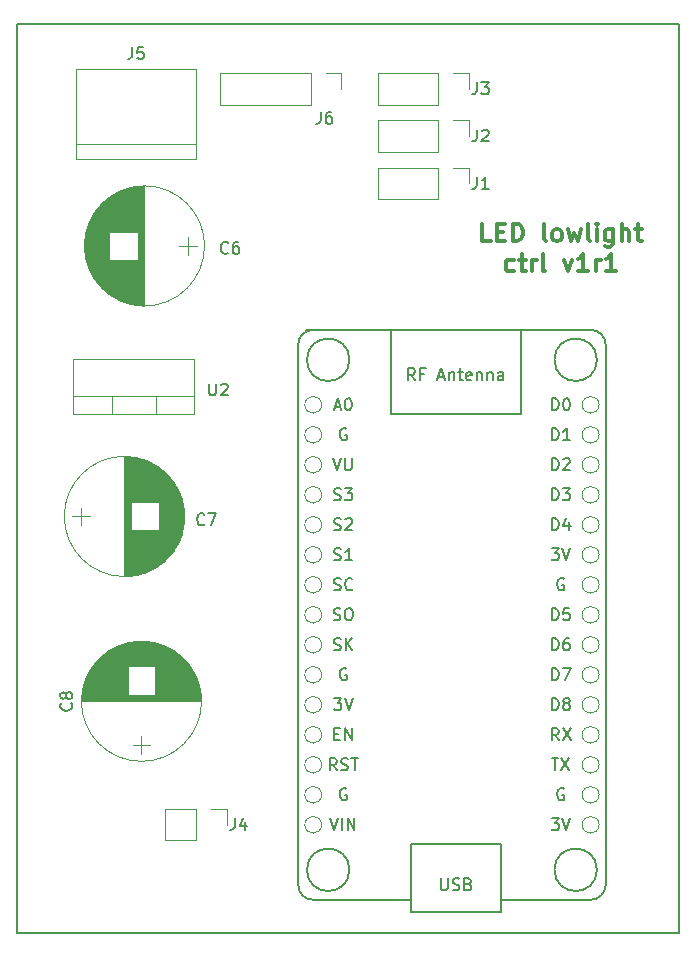
<source format=gbr>
%TF.GenerationSoftware,KiCad,Pcbnew,(5.1.9)-1*%
%TF.CreationDate,2021-12-22T12:25:31+01:00*%
%TF.ProjectId,led_unterm_bett,6c65645f-756e-4746-9572-6d5f62657474,v1r1*%
%TF.SameCoordinates,Original*%
%TF.FileFunction,Legend,Top*%
%TF.FilePolarity,Positive*%
%FSLAX46Y46*%
G04 Gerber Fmt 4.6, Leading zero omitted, Abs format (unit mm)*
G04 Created by KiCad (PCBNEW (5.1.9)-1) date 2021-12-22 12:25:31*
%MOMM*%
%LPD*%
G01*
G04 APERTURE LIST*
%ADD10C,0.300000*%
%TA.AperFunction,Profile*%
%ADD11C,0.150000*%
%TD*%
%ADD12C,0.120000*%
%ADD13C,0.150000*%
%ADD14C,0.100000*%
G04 APERTURE END LIST*
D10*
X157071428Y-77403571D02*
X156357142Y-77403571D01*
X156357142Y-75903571D01*
X157571428Y-76617857D02*
X158071428Y-76617857D01*
X158285714Y-77403571D02*
X157571428Y-77403571D01*
X157571428Y-75903571D01*
X158285714Y-75903571D01*
X158928571Y-77403571D02*
X158928571Y-75903571D01*
X159285714Y-75903571D01*
X159500000Y-75975000D01*
X159642857Y-76117857D01*
X159714285Y-76260714D01*
X159785714Y-76546428D01*
X159785714Y-76760714D01*
X159714285Y-77046428D01*
X159642857Y-77189285D01*
X159500000Y-77332142D01*
X159285714Y-77403571D01*
X158928571Y-77403571D01*
X161785714Y-77403571D02*
X161642857Y-77332142D01*
X161571428Y-77189285D01*
X161571428Y-75903571D01*
X162571428Y-77403571D02*
X162428571Y-77332142D01*
X162357142Y-77260714D01*
X162285714Y-77117857D01*
X162285714Y-76689285D01*
X162357142Y-76546428D01*
X162428571Y-76475000D01*
X162571428Y-76403571D01*
X162785714Y-76403571D01*
X162928571Y-76475000D01*
X163000000Y-76546428D01*
X163071428Y-76689285D01*
X163071428Y-77117857D01*
X163000000Y-77260714D01*
X162928571Y-77332142D01*
X162785714Y-77403571D01*
X162571428Y-77403571D01*
X163571428Y-76403571D02*
X163857142Y-77403571D01*
X164142857Y-76689285D01*
X164428571Y-77403571D01*
X164714285Y-76403571D01*
X165500000Y-77403571D02*
X165357142Y-77332142D01*
X165285714Y-77189285D01*
X165285714Y-75903571D01*
X166071428Y-77403571D02*
X166071428Y-76403571D01*
X166071428Y-75903571D02*
X166000000Y-75975000D01*
X166071428Y-76046428D01*
X166142857Y-75975000D01*
X166071428Y-75903571D01*
X166071428Y-76046428D01*
X167428571Y-76403571D02*
X167428571Y-77617857D01*
X167357142Y-77760714D01*
X167285714Y-77832142D01*
X167142857Y-77903571D01*
X166928571Y-77903571D01*
X166785714Y-77832142D01*
X167428571Y-77332142D02*
X167285714Y-77403571D01*
X167000000Y-77403571D01*
X166857142Y-77332142D01*
X166785714Y-77260714D01*
X166714285Y-77117857D01*
X166714285Y-76689285D01*
X166785714Y-76546428D01*
X166857142Y-76475000D01*
X167000000Y-76403571D01*
X167285714Y-76403571D01*
X167428571Y-76475000D01*
X168142857Y-77403571D02*
X168142857Y-75903571D01*
X168785714Y-77403571D02*
X168785714Y-76617857D01*
X168714285Y-76475000D01*
X168571428Y-76403571D01*
X168357142Y-76403571D01*
X168214285Y-76475000D01*
X168142857Y-76546428D01*
X169285714Y-76403571D02*
X169857142Y-76403571D01*
X169500000Y-75903571D02*
X169500000Y-77189285D01*
X169571428Y-77332142D01*
X169714285Y-77403571D01*
X169857142Y-77403571D01*
X159035714Y-79882142D02*
X158892857Y-79953571D01*
X158607142Y-79953571D01*
X158464285Y-79882142D01*
X158392857Y-79810714D01*
X158321428Y-79667857D01*
X158321428Y-79239285D01*
X158392857Y-79096428D01*
X158464285Y-79025000D01*
X158607142Y-78953571D01*
X158892857Y-78953571D01*
X159035714Y-79025000D01*
X159464285Y-78953571D02*
X160035714Y-78953571D01*
X159678571Y-78453571D02*
X159678571Y-79739285D01*
X159750000Y-79882142D01*
X159892857Y-79953571D01*
X160035714Y-79953571D01*
X160535714Y-79953571D02*
X160535714Y-78953571D01*
X160535714Y-79239285D02*
X160607142Y-79096428D01*
X160678571Y-79025000D01*
X160821428Y-78953571D01*
X160964285Y-78953571D01*
X161678571Y-79953571D02*
X161535714Y-79882142D01*
X161464285Y-79739285D01*
X161464285Y-78453571D01*
X163250000Y-78953571D02*
X163607142Y-79953571D01*
X163964285Y-78953571D01*
X165321428Y-79953571D02*
X164464285Y-79953571D01*
X164892857Y-79953571D02*
X164892857Y-78453571D01*
X164750000Y-78667857D01*
X164607142Y-78810714D01*
X164464285Y-78882142D01*
X165964285Y-79953571D02*
X165964285Y-78953571D01*
X165964285Y-79239285D02*
X166035714Y-79096428D01*
X166107142Y-79025000D01*
X166250000Y-78953571D01*
X166392857Y-78953571D01*
X167678571Y-79953571D02*
X166821428Y-79953571D01*
X167250000Y-79953571D02*
X167250000Y-78453571D01*
X167107142Y-78667857D01*
X166964285Y-78810714D01*
X166821428Y-78882142D01*
D11*
X173000000Y-136000000D02*
X117000000Y-136000000D01*
X173000000Y-59000000D02*
X173000000Y-136000000D01*
X117000000Y-59000000D02*
X173000000Y-59000000D01*
X117000000Y-136000000D02*
X117000000Y-59000000D01*
D12*
%TO.C,C6*%
X131450000Y-78550000D02*
X131450000Y-77050000D01*
X132200000Y-77800000D02*
X130700000Y-77800000D01*
X122669000Y-78079000D02*
X122669000Y-77521000D01*
X122709000Y-78472000D02*
X122709000Y-77128000D01*
X122749000Y-78713000D02*
X122749000Y-76887000D01*
X122789000Y-78904000D02*
X122789000Y-76696000D01*
X122829000Y-79065000D02*
X122829000Y-76535000D01*
X122869000Y-79207000D02*
X122869000Y-76393000D01*
X122909000Y-79336000D02*
X122909000Y-76264000D01*
X122949000Y-79454000D02*
X122949000Y-76146000D01*
X122989000Y-79563000D02*
X122989000Y-76037000D01*
X123029000Y-79666000D02*
X123029000Y-75934000D01*
X123069000Y-79762000D02*
X123069000Y-75838000D01*
X123109000Y-79853000D02*
X123109000Y-75747000D01*
X123149000Y-79940000D02*
X123149000Y-75660000D01*
X123189000Y-80022000D02*
X123189000Y-75578000D01*
X123229000Y-80101000D02*
X123229000Y-75499000D01*
X123269000Y-80177000D02*
X123269000Y-75423000D01*
X123309000Y-80249000D02*
X123309000Y-75351000D01*
X123349000Y-80319000D02*
X123349000Y-75281000D01*
X123389000Y-80387000D02*
X123389000Y-75213000D01*
X123429000Y-80452000D02*
X123429000Y-75148000D01*
X123469000Y-80515000D02*
X123469000Y-75085000D01*
X123509000Y-80577000D02*
X123509000Y-75023000D01*
X123549000Y-80636000D02*
X123549000Y-74964000D01*
X123589000Y-80694000D02*
X123589000Y-74906000D01*
X123629000Y-80749000D02*
X123629000Y-74851000D01*
X123669000Y-80804000D02*
X123669000Y-74796000D01*
X123709000Y-80857000D02*
X123709000Y-74743000D01*
X123749000Y-80908000D02*
X123749000Y-74692000D01*
X123789000Y-80958000D02*
X123789000Y-74642000D01*
X123829000Y-81007000D02*
X123829000Y-74593000D01*
X123869000Y-81055000D02*
X123869000Y-74545000D01*
X123909000Y-81102000D02*
X123909000Y-74498000D01*
X123949000Y-81147000D02*
X123949000Y-74453000D01*
X123989000Y-81191000D02*
X123989000Y-74409000D01*
X124029000Y-81235000D02*
X124029000Y-74365000D01*
X124069000Y-81277000D02*
X124069000Y-74323000D01*
X124109000Y-81318000D02*
X124109000Y-74282000D01*
X124149000Y-81359000D02*
X124149000Y-74241000D01*
X124189000Y-81398000D02*
X124189000Y-74202000D01*
X124229000Y-81437000D02*
X124229000Y-74163000D01*
X124269000Y-81475000D02*
X124269000Y-74125000D01*
X124309000Y-81512000D02*
X124309000Y-74088000D01*
X124349000Y-81548000D02*
X124349000Y-74052000D01*
X124389000Y-81584000D02*
X124389000Y-74016000D01*
X124429000Y-81619000D02*
X124429000Y-73981000D01*
X124469000Y-81653000D02*
X124469000Y-73947000D01*
X124509000Y-81686000D02*
X124509000Y-73914000D01*
X124549000Y-81719000D02*
X124549000Y-73881000D01*
X124589000Y-81751000D02*
X124589000Y-73849000D01*
X124629000Y-81782000D02*
X124629000Y-73818000D01*
X124669000Y-81813000D02*
X124669000Y-73787000D01*
X124709000Y-81843000D02*
X124709000Y-73757000D01*
X124749000Y-81872000D02*
X124749000Y-73728000D01*
X124789000Y-81901000D02*
X124789000Y-73699000D01*
X124829000Y-76619000D02*
X124829000Y-73670000D01*
X124829000Y-81930000D02*
X124829000Y-78981000D01*
X124869000Y-76619000D02*
X124869000Y-73643000D01*
X124869000Y-81957000D02*
X124869000Y-78981000D01*
X124909000Y-76619000D02*
X124909000Y-73615000D01*
X124909000Y-81985000D02*
X124909000Y-78981000D01*
X124949000Y-76619000D02*
X124949000Y-73589000D01*
X124949000Y-82011000D02*
X124949000Y-78981000D01*
X124989000Y-76619000D02*
X124989000Y-73563000D01*
X124989000Y-82037000D02*
X124989000Y-78981000D01*
X125029000Y-76619000D02*
X125029000Y-73537000D01*
X125029000Y-82063000D02*
X125029000Y-78981000D01*
X125069000Y-76619000D02*
X125069000Y-73512000D01*
X125069000Y-82088000D02*
X125069000Y-78981000D01*
X125109000Y-76619000D02*
X125109000Y-73488000D01*
X125109000Y-82112000D02*
X125109000Y-78981000D01*
X125149000Y-76619000D02*
X125149000Y-73464000D01*
X125149000Y-82136000D02*
X125149000Y-78981000D01*
X125189000Y-76619000D02*
X125189000Y-73440000D01*
X125189000Y-82160000D02*
X125189000Y-78981000D01*
X125229000Y-76619000D02*
X125229000Y-73417000D01*
X125229000Y-82183000D02*
X125229000Y-78981000D01*
X125269000Y-76619000D02*
X125269000Y-73395000D01*
X125269000Y-82205000D02*
X125269000Y-78981000D01*
X125309000Y-76619000D02*
X125309000Y-73372000D01*
X125309000Y-82228000D02*
X125309000Y-78981000D01*
X125349000Y-76619000D02*
X125349000Y-73351000D01*
X125349000Y-82249000D02*
X125349000Y-78981000D01*
X125389000Y-76619000D02*
X125389000Y-73330000D01*
X125389000Y-82270000D02*
X125389000Y-78981000D01*
X125429000Y-76619000D02*
X125429000Y-73309000D01*
X125429000Y-82291000D02*
X125429000Y-78981000D01*
X125469000Y-76619000D02*
X125469000Y-73289000D01*
X125469000Y-82311000D02*
X125469000Y-78981000D01*
X125509000Y-76619000D02*
X125509000Y-73269000D01*
X125509000Y-82331000D02*
X125509000Y-78981000D01*
X125549000Y-76619000D02*
X125549000Y-73250000D01*
X125549000Y-82350000D02*
X125549000Y-78981000D01*
X125589000Y-76619000D02*
X125589000Y-73231000D01*
X125589000Y-82369000D02*
X125589000Y-78981000D01*
X125629000Y-76619000D02*
X125629000Y-73212000D01*
X125629000Y-82388000D02*
X125629000Y-78981000D01*
X125669000Y-76619000D02*
X125669000Y-73194000D01*
X125669000Y-82406000D02*
X125669000Y-78981000D01*
X125709000Y-76619000D02*
X125709000Y-73176000D01*
X125709000Y-82424000D02*
X125709000Y-78981000D01*
X125749000Y-76619000D02*
X125749000Y-73159000D01*
X125749000Y-82441000D02*
X125749000Y-78981000D01*
X125789000Y-76619000D02*
X125789000Y-73142000D01*
X125789000Y-82458000D02*
X125789000Y-78981000D01*
X125829000Y-76619000D02*
X125829000Y-73126000D01*
X125829000Y-82474000D02*
X125829000Y-78981000D01*
X125869000Y-76619000D02*
X125869000Y-73109000D01*
X125869000Y-82491000D02*
X125869000Y-78981000D01*
X125909000Y-76619000D02*
X125909000Y-73094000D01*
X125909000Y-82506000D02*
X125909000Y-78981000D01*
X125949000Y-76619000D02*
X125949000Y-73078000D01*
X125949000Y-82522000D02*
X125949000Y-78981000D01*
X125989000Y-76619000D02*
X125989000Y-73063000D01*
X125989000Y-82537000D02*
X125989000Y-78981000D01*
X126029000Y-76619000D02*
X126029000Y-73049000D01*
X126029000Y-82551000D02*
X126029000Y-78981000D01*
X126069000Y-76619000D02*
X126069000Y-73035000D01*
X126069000Y-82565000D02*
X126069000Y-78981000D01*
X126109000Y-76619000D02*
X126109000Y-73021000D01*
X126109000Y-82579000D02*
X126109000Y-78981000D01*
X126149000Y-76619000D02*
X126149000Y-73008000D01*
X126149000Y-82592000D02*
X126149000Y-78981000D01*
X126189000Y-76619000D02*
X126189000Y-72994000D01*
X126189000Y-82606000D02*
X126189000Y-78981000D01*
X126229000Y-76619000D02*
X126229000Y-72982000D01*
X126229000Y-82618000D02*
X126229000Y-78981000D01*
X126269000Y-76619000D02*
X126269000Y-72969000D01*
X126269000Y-82631000D02*
X126269000Y-78981000D01*
X126309000Y-76619000D02*
X126309000Y-72957000D01*
X126309000Y-82643000D02*
X126309000Y-78981000D01*
X126349000Y-76619000D02*
X126349000Y-72946000D01*
X126349000Y-82654000D02*
X126349000Y-78981000D01*
X126389000Y-76619000D02*
X126389000Y-72935000D01*
X126389000Y-82665000D02*
X126389000Y-78981000D01*
X126429000Y-76619000D02*
X126429000Y-72924000D01*
X126429000Y-82676000D02*
X126429000Y-78981000D01*
X126469000Y-76619000D02*
X126469000Y-72913000D01*
X126469000Y-82687000D02*
X126469000Y-78981000D01*
X126509000Y-76619000D02*
X126509000Y-72903000D01*
X126509000Y-82697000D02*
X126509000Y-78981000D01*
X126549000Y-76619000D02*
X126549000Y-72893000D01*
X126549000Y-82707000D02*
X126549000Y-78981000D01*
X126589000Y-76619000D02*
X126589000Y-72883000D01*
X126589000Y-82717000D02*
X126589000Y-78981000D01*
X126629000Y-76619000D02*
X126629000Y-72874000D01*
X126629000Y-82726000D02*
X126629000Y-78981000D01*
X126669000Y-76619000D02*
X126669000Y-72865000D01*
X126669000Y-82735000D02*
X126669000Y-78981000D01*
X126709000Y-76619000D02*
X126709000Y-72857000D01*
X126709000Y-82743000D02*
X126709000Y-78981000D01*
X126749000Y-76619000D02*
X126749000Y-72849000D01*
X126749000Y-82751000D02*
X126749000Y-78981000D01*
X126789000Y-76619000D02*
X126789000Y-72841000D01*
X126789000Y-82759000D02*
X126789000Y-78981000D01*
X126829000Y-76619000D02*
X126829000Y-72833000D01*
X126829000Y-82767000D02*
X126829000Y-78981000D01*
X126869000Y-76619000D02*
X126869000Y-72826000D01*
X126869000Y-82774000D02*
X126869000Y-78981000D01*
X126909000Y-76619000D02*
X126909000Y-72819000D01*
X126909000Y-82781000D02*
X126909000Y-78981000D01*
X126949000Y-76619000D02*
X126949000Y-72813000D01*
X126949000Y-82787000D02*
X126949000Y-78981000D01*
X126989000Y-76619000D02*
X126989000Y-72807000D01*
X126989000Y-82793000D02*
X126989000Y-78981000D01*
X127029000Y-76619000D02*
X127029000Y-72801000D01*
X127029000Y-82799000D02*
X127029000Y-78981000D01*
X127070000Y-76619000D02*
X127070000Y-72795000D01*
X127070000Y-82805000D02*
X127070000Y-78981000D01*
X127110000Y-76619000D02*
X127110000Y-72790000D01*
X127110000Y-82810000D02*
X127110000Y-78981000D01*
X127150000Y-76619000D02*
X127150000Y-72785000D01*
X127150000Y-82815000D02*
X127150000Y-78981000D01*
X127190000Y-82820000D02*
X127190000Y-72780000D01*
X127230000Y-82824000D02*
X127230000Y-72776000D01*
X127270000Y-82828000D02*
X127270000Y-72772000D01*
X127310000Y-82831000D02*
X127310000Y-72769000D01*
X127350000Y-82835000D02*
X127350000Y-72765000D01*
X127390000Y-82838000D02*
X127390000Y-72762000D01*
X127430000Y-82840000D02*
X127430000Y-72760000D01*
X127470000Y-82843000D02*
X127470000Y-72757000D01*
X127510000Y-82845000D02*
X127510000Y-72755000D01*
X127550000Y-82847000D02*
X127550000Y-72753000D01*
X127590000Y-82848000D02*
X127590000Y-72752000D01*
X127630000Y-82849000D02*
X127630000Y-72751000D01*
X127670000Y-82850000D02*
X127670000Y-72750000D01*
X127710000Y-82850000D02*
X127710000Y-72750000D01*
X127750000Y-82850000D02*
X127750000Y-72750000D01*
X132840000Y-77800000D02*
G75*
G03*
X132840000Y-77800000I-5090000J0D01*
G01*
%TO.C,C7*%
X122350000Y-99950000D02*
X122350000Y-101450000D01*
X121600000Y-100700000D02*
X123100000Y-100700000D01*
X131131000Y-100421000D02*
X131131000Y-100979000D01*
X131091000Y-100028000D02*
X131091000Y-101372000D01*
X131051000Y-99787000D02*
X131051000Y-101613000D01*
X131011000Y-99596000D02*
X131011000Y-101804000D01*
X130971000Y-99435000D02*
X130971000Y-101965000D01*
X130931000Y-99293000D02*
X130931000Y-102107000D01*
X130891000Y-99164000D02*
X130891000Y-102236000D01*
X130851000Y-99046000D02*
X130851000Y-102354000D01*
X130811000Y-98937000D02*
X130811000Y-102463000D01*
X130771000Y-98834000D02*
X130771000Y-102566000D01*
X130731000Y-98738000D02*
X130731000Y-102662000D01*
X130691000Y-98647000D02*
X130691000Y-102753000D01*
X130651000Y-98560000D02*
X130651000Y-102840000D01*
X130611000Y-98478000D02*
X130611000Y-102922000D01*
X130571000Y-98399000D02*
X130571000Y-103001000D01*
X130531000Y-98323000D02*
X130531000Y-103077000D01*
X130491000Y-98251000D02*
X130491000Y-103149000D01*
X130451000Y-98181000D02*
X130451000Y-103219000D01*
X130411000Y-98113000D02*
X130411000Y-103287000D01*
X130371000Y-98048000D02*
X130371000Y-103352000D01*
X130331000Y-97985000D02*
X130331000Y-103415000D01*
X130291000Y-97923000D02*
X130291000Y-103477000D01*
X130251000Y-97864000D02*
X130251000Y-103536000D01*
X130211000Y-97806000D02*
X130211000Y-103594000D01*
X130171000Y-97751000D02*
X130171000Y-103649000D01*
X130131000Y-97696000D02*
X130131000Y-103704000D01*
X130091000Y-97643000D02*
X130091000Y-103757000D01*
X130051000Y-97592000D02*
X130051000Y-103808000D01*
X130011000Y-97542000D02*
X130011000Y-103858000D01*
X129971000Y-97493000D02*
X129971000Y-103907000D01*
X129931000Y-97445000D02*
X129931000Y-103955000D01*
X129891000Y-97398000D02*
X129891000Y-104002000D01*
X129851000Y-97353000D02*
X129851000Y-104047000D01*
X129811000Y-97309000D02*
X129811000Y-104091000D01*
X129771000Y-97265000D02*
X129771000Y-104135000D01*
X129731000Y-97223000D02*
X129731000Y-104177000D01*
X129691000Y-97182000D02*
X129691000Y-104218000D01*
X129651000Y-97141000D02*
X129651000Y-104259000D01*
X129611000Y-97102000D02*
X129611000Y-104298000D01*
X129571000Y-97063000D02*
X129571000Y-104337000D01*
X129531000Y-97025000D02*
X129531000Y-104375000D01*
X129491000Y-96988000D02*
X129491000Y-104412000D01*
X129451000Y-96952000D02*
X129451000Y-104448000D01*
X129411000Y-96916000D02*
X129411000Y-104484000D01*
X129371000Y-96881000D02*
X129371000Y-104519000D01*
X129331000Y-96847000D02*
X129331000Y-104553000D01*
X129291000Y-96814000D02*
X129291000Y-104586000D01*
X129251000Y-96781000D02*
X129251000Y-104619000D01*
X129211000Y-96749000D02*
X129211000Y-104651000D01*
X129171000Y-96718000D02*
X129171000Y-104682000D01*
X129131000Y-96687000D02*
X129131000Y-104713000D01*
X129091000Y-96657000D02*
X129091000Y-104743000D01*
X129051000Y-96628000D02*
X129051000Y-104772000D01*
X129011000Y-96599000D02*
X129011000Y-104801000D01*
X128971000Y-101881000D02*
X128971000Y-104830000D01*
X128971000Y-96570000D02*
X128971000Y-99519000D01*
X128931000Y-101881000D02*
X128931000Y-104857000D01*
X128931000Y-96543000D02*
X128931000Y-99519000D01*
X128891000Y-101881000D02*
X128891000Y-104885000D01*
X128891000Y-96515000D02*
X128891000Y-99519000D01*
X128851000Y-101881000D02*
X128851000Y-104911000D01*
X128851000Y-96489000D02*
X128851000Y-99519000D01*
X128811000Y-101881000D02*
X128811000Y-104937000D01*
X128811000Y-96463000D02*
X128811000Y-99519000D01*
X128771000Y-101881000D02*
X128771000Y-104963000D01*
X128771000Y-96437000D02*
X128771000Y-99519000D01*
X128731000Y-101881000D02*
X128731000Y-104988000D01*
X128731000Y-96412000D02*
X128731000Y-99519000D01*
X128691000Y-101881000D02*
X128691000Y-105012000D01*
X128691000Y-96388000D02*
X128691000Y-99519000D01*
X128651000Y-101881000D02*
X128651000Y-105036000D01*
X128651000Y-96364000D02*
X128651000Y-99519000D01*
X128611000Y-101881000D02*
X128611000Y-105060000D01*
X128611000Y-96340000D02*
X128611000Y-99519000D01*
X128571000Y-101881000D02*
X128571000Y-105083000D01*
X128571000Y-96317000D02*
X128571000Y-99519000D01*
X128531000Y-101881000D02*
X128531000Y-105105000D01*
X128531000Y-96295000D02*
X128531000Y-99519000D01*
X128491000Y-101881000D02*
X128491000Y-105128000D01*
X128491000Y-96272000D02*
X128491000Y-99519000D01*
X128451000Y-101881000D02*
X128451000Y-105149000D01*
X128451000Y-96251000D02*
X128451000Y-99519000D01*
X128411000Y-101881000D02*
X128411000Y-105170000D01*
X128411000Y-96230000D02*
X128411000Y-99519000D01*
X128371000Y-101881000D02*
X128371000Y-105191000D01*
X128371000Y-96209000D02*
X128371000Y-99519000D01*
X128331000Y-101881000D02*
X128331000Y-105211000D01*
X128331000Y-96189000D02*
X128331000Y-99519000D01*
X128291000Y-101881000D02*
X128291000Y-105231000D01*
X128291000Y-96169000D02*
X128291000Y-99519000D01*
X128251000Y-101881000D02*
X128251000Y-105250000D01*
X128251000Y-96150000D02*
X128251000Y-99519000D01*
X128211000Y-101881000D02*
X128211000Y-105269000D01*
X128211000Y-96131000D02*
X128211000Y-99519000D01*
X128171000Y-101881000D02*
X128171000Y-105288000D01*
X128171000Y-96112000D02*
X128171000Y-99519000D01*
X128131000Y-101881000D02*
X128131000Y-105306000D01*
X128131000Y-96094000D02*
X128131000Y-99519000D01*
X128091000Y-101881000D02*
X128091000Y-105324000D01*
X128091000Y-96076000D02*
X128091000Y-99519000D01*
X128051000Y-101881000D02*
X128051000Y-105341000D01*
X128051000Y-96059000D02*
X128051000Y-99519000D01*
X128011000Y-101881000D02*
X128011000Y-105358000D01*
X128011000Y-96042000D02*
X128011000Y-99519000D01*
X127971000Y-101881000D02*
X127971000Y-105374000D01*
X127971000Y-96026000D02*
X127971000Y-99519000D01*
X127931000Y-101881000D02*
X127931000Y-105391000D01*
X127931000Y-96009000D02*
X127931000Y-99519000D01*
X127891000Y-101881000D02*
X127891000Y-105406000D01*
X127891000Y-95994000D02*
X127891000Y-99519000D01*
X127851000Y-101881000D02*
X127851000Y-105422000D01*
X127851000Y-95978000D02*
X127851000Y-99519000D01*
X127811000Y-101881000D02*
X127811000Y-105437000D01*
X127811000Y-95963000D02*
X127811000Y-99519000D01*
X127771000Y-101881000D02*
X127771000Y-105451000D01*
X127771000Y-95949000D02*
X127771000Y-99519000D01*
X127731000Y-101881000D02*
X127731000Y-105465000D01*
X127731000Y-95935000D02*
X127731000Y-99519000D01*
X127691000Y-101881000D02*
X127691000Y-105479000D01*
X127691000Y-95921000D02*
X127691000Y-99519000D01*
X127651000Y-101881000D02*
X127651000Y-105492000D01*
X127651000Y-95908000D02*
X127651000Y-99519000D01*
X127611000Y-101881000D02*
X127611000Y-105506000D01*
X127611000Y-95894000D02*
X127611000Y-99519000D01*
X127571000Y-101881000D02*
X127571000Y-105518000D01*
X127571000Y-95882000D02*
X127571000Y-99519000D01*
X127531000Y-101881000D02*
X127531000Y-105531000D01*
X127531000Y-95869000D02*
X127531000Y-99519000D01*
X127491000Y-101881000D02*
X127491000Y-105543000D01*
X127491000Y-95857000D02*
X127491000Y-99519000D01*
X127451000Y-101881000D02*
X127451000Y-105554000D01*
X127451000Y-95846000D02*
X127451000Y-99519000D01*
X127411000Y-101881000D02*
X127411000Y-105565000D01*
X127411000Y-95835000D02*
X127411000Y-99519000D01*
X127371000Y-101881000D02*
X127371000Y-105576000D01*
X127371000Y-95824000D02*
X127371000Y-99519000D01*
X127331000Y-101881000D02*
X127331000Y-105587000D01*
X127331000Y-95813000D02*
X127331000Y-99519000D01*
X127291000Y-101881000D02*
X127291000Y-105597000D01*
X127291000Y-95803000D02*
X127291000Y-99519000D01*
X127251000Y-101881000D02*
X127251000Y-105607000D01*
X127251000Y-95793000D02*
X127251000Y-99519000D01*
X127211000Y-101881000D02*
X127211000Y-105617000D01*
X127211000Y-95783000D02*
X127211000Y-99519000D01*
X127171000Y-101881000D02*
X127171000Y-105626000D01*
X127171000Y-95774000D02*
X127171000Y-99519000D01*
X127131000Y-101881000D02*
X127131000Y-105635000D01*
X127131000Y-95765000D02*
X127131000Y-99519000D01*
X127091000Y-101881000D02*
X127091000Y-105643000D01*
X127091000Y-95757000D02*
X127091000Y-99519000D01*
X127051000Y-101881000D02*
X127051000Y-105651000D01*
X127051000Y-95749000D02*
X127051000Y-99519000D01*
X127011000Y-101881000D02*
X127011000Y-105659000D01*
X127011000Y-95741000D02*
X127011000Y-99519000D01*
X126971000Y-101881000D02*
X126971000Y-105667000D01*
X126971000Y-95733000D02*
X126971000Y-99519000D01*
X126931000Y-101881000D02*
X126931000Y-105674000D01*
X126931000Y-95726000D02*
X126931000Y-99519000D01*
X126891000Y-101881000D02*
X126891000Y-105681000D01*
X126891000Y-95719000D02*
X126891000Y-99519000D01*
X126851000Y-101881000D02*
X126851000Y-105687000D01*
X126851000Y-95713000D02*
X126851000Y-99519000D01*
X126811000Y-101881000D02*
X126811000Y-105693000D01*
X126811000Y-95707000D02*
X126811000Y-99519000D01*
X126771000Y-101881000D02*
X126771000Y-105699000D01*
X126771000Y-95701000D02*
X126771000Y-99519000D01*
X126730000Y-101881000D02*
X126730000Y-105705000D01*
X126730000Y-95695000D02*
X126730000Y-99519000D01*
X126690000Y-101881000D02*
X126690000Y-105710000D01*
X126690000Y-95690000D02*
X126690000Y-99519000D01*
X126650000Y-101881000D02*
X126650000Y-105715000D01*
X126650000Y-95685000D02*
X126650000Y-99519000D01*
X126610000Y-95680000D02*
X126610000Y-105720000D01*
X126570000Y-95676000D02*
X126570000Y-105724000D01*
X126530000Y-95672000D02*
X126530000Y-105728000D01*
X126490000Y-95669000D02*
X126490000Y-105731000D01*
X126450000Y-95665000D02*
X126450000Y-105735000D01*
X126410000Y-95662000D02*
X126410000Y-105738000D01*
X126370000Y-95660000D02*
X126370000Y-105740000D01*
X126330000Y-95657000D02*
X126330000Y-105743000D01*
X126290000Y-95655000D02*
X126290000Y-105745000D01*
X126250000Y-95653000D02*
X126250000Y-105747000D01*
X126210000Y-95652000D02*
X126210000Y-105748000D01*
X126170000Y-95651000D02*
X126170000Y-105749000D01*
X126130000Y-95650000D02*
X126130000Y-105750000D01*
X126090000Y-95650000D02*
X126090000Y-105750000D01*
X126050000Y-95650000D02*
X126050000Y-105750000D01*
X131140000Y-100700000D02*
G75*
G03*
X131140000Y-100700000I-5090000J0D01*
G01*
%TO.C,C8*%
X126750000Y-120050000D02*
X128250000Y-120050000D01*
X127500000Y-120800000D02*
X127500000Y-119300000D01*
X127221000Y-111269000D02*
X127779000Y-111269000D01*
X126828000Y-111309000D02*
X128172000Y-111309000D01*
X126587000Y-111349000D02*
X128413000Y-111349000D01*
X126396000Y-111389000D02*
X128604000Y-111389000D01*
X126235000Y-111429000D02*
X128765000Y-111429000D01*
X126093000Y-111469000D02*
X128907000Y-111469000D01*
X125964000Y-111509000D02*
X129036000Y-111509000D01*
X125846000Y-111549000D02*
X129154000Y-111549000D01*
X125737000Y-111589000D02*
X129263000Y-111589000D01*
X125634000Y-111629000D02*
X129366000Y-111629000D01*
X125538000Y-111669000D02*
X129462000Y-111669000D01*
X125447000Y-111709000D02*
X129553000Y-111709000D01*
X125360000Y-111749000D02*
X129640000Y-111749000D01*
X125278000Y-111789000D02*
X129722000Y-111789000D01*
X125199000Y-111829000D02*
X129801000Y-111829000D01*
X125123000Y-111869000D02*
X129877000Y-111869000D01*
X125051000Y-111909000D02*
X129949000Y-111909000D01*
X124981000Y-111949000D02*
X130019000Y-111949000D01*
X124913000Y-111989000D02*
X130087000Y-111989000D01*
X124848000Y-112029000D02*
X130152000Y-112029000D01*
X124785000Y-112069000D02*
X130215000Y-112069000D01*
X124723000Y-112109000D02*
X130277000Y-112109000D01*
X124664000Y-112149000D02*
X130336000Y-112149000D01*
X124606000Y-112189000D02*
X130394000Y-112189000D01*
X124551000Y-112229000D02*
X130449000Y-112229000D01*
X124496000Y-112269000D02*
X130504000Y-112269000D01*
X124443000Y-112309000D02*
X130557000Y-112309000D01*
X124392000Y-112349000D02*
X130608000Y-112349000D01*
X124342000Y-112389000D02*
X130658000Y-112389000D01*
X124293000Y-112429000D02*
X130707000Y-112429000D01*
X124245000Y-112469000D02*
X130755000Y-112469000D01*
X124198000Y-112509000D02*
X130802000Y-112509000D01*
X124153000Y-112549000D02*
X130847000Y-112549000D01*
X124109000Y-112589000D02*
X130891000Y-112589000D01*
X124065000Y-112629000D02*
X130935000Y-112629000D01*
X124023000Y-112669000D02*
X130977000Y-112669000D01*
X123982000Y-112709000D02*
X131018000Y-112709000D01*
X123941000Y-112749000D02*
X131059000Y-112749000D01*
X123902000Y-112789000D02*
X131098000Y-112789000D01*
X123863000Y-112829000D02*
X131137000Y-112829000D01*
X123825000Y-112869000D02*
X131175000Y-112869000D01*
X123788000Y-112909000D02*
X131212000Y-112909000D01*
X123752000Y-112949000D02*
X131248000Y-112949000D01*
X123716000Y-112989000D02*
X131284000Y-112989000D01*
X123681000Y-113029000D02*
X131319000Y-113029000D01*
X123647000Y-113069000D02*
X131353000Y-113069000D01*
X123614000Y-113109000D02*
X131386000Y-113109000D01*
X123581000Y-113149000D02*
X131419000Y-113149000D01*
X123549000Y-113189000D02*
X131451000Y-113189000D01*
X123518000Y-113229000D02*
X131482000Y-113229000D01*
X123487000Y-113269000D02*
X131513000Y-113269000D01*
X123457000Y-113309000D02*
X131543000Y-113309000D01*
X123428000Y-113349000D02*
X131572000Y-113349000D01*
X123399000Y-113389000D02*
X131601000Y-113389000D01*
X128681000Y-113429000D02*
X131630000Y-113429000D01*
X123370000Y-113429000D02*
X126319000Y-113429000D01*
X128681000Y-113469000D02*
X131657000Y-113469000D01*
X123343000Y-113469000D02*
X126319000Y-113469000D01*
X128681000Y-113509000D02*
X131685000Y-113509000D01*
X123315000Y-113509000D02*
X126319000Y-113509000D01*
X128681000Y-113549000D02*
X131711000Y-113549000D01*
X123289000Y-113549000D02*
X126319000Y-113549000D01*
X128681000Y-113589000D02*
X131737000Y-113589000D01*
X123263000Y-113589000D02*
X126319000Y-113589000D01*
X128681000Y-113629000D02*
X131763000Y-113629000D01*
X123237000Y-113629000D02*
X126319000Y-113629000D01*
X128681000Y-113669000D02*
X131788000Y-113669000D01*
X123212000Y-113669000D02*
X126319000Y-113669000D01*
X128681000Y-113709000D02*
X131812000Y-113709000D01*
X123188000Y-113709000D02*
X126319000Y-113709000D01*
X128681000Y-113749000D02*
X131836000Y-113749000D01*
X123164000Y-113749000D02*
X126319000Y-113749000D01*
X128681000Y-113789000D02*
X131860000Y-113789000D01*
X123140000Y-113789000D02*
X126319000Y-113789000D01*
X128681000Y-113829000D02*
X131883000Y-113829000D01*
X123117000Y-113829000D02*
X126319000Y-113829000D01*
X128681000Y-113869000D02*
X131905000Y-113869000D01*
X123095000Y-113869000D02*
X126319000Y-113869000D01*
X128681000Y-113909000D02*
X131928000Y-113909000D01*
X123072000Y-113909000D02*
X126319000Y-113909000D01*
X128681000Y-113949000D02*
X131949000Y-113949000D01*
X123051000Y-113949000D02*
X126319000Y-113949000D01*
X128681000Y-113989000D02*
X131970000Y-113989000D01*
X123030000Y-113989000D02*
X126319000Y-113989000D01*
X128681000Y-114029000D02*
X131991000Y-114029000D01*
X123009000Y-114029000D02*
X126319000Y-114029000D01*
X128681000Y-114069000D02*
X132011000Y-114069000D01*
X122989000Y-114069000D02*
X126319000Y-114069000D01*
X128681000Y-114109000D02*
X132031000Y-114109000D01*
X122969000Y-114109000D02*
X126319000Y-114109000D01*
X128681000Y-114149000D02*
X132050000Y-114149000D01*
X122950000Y-114149000D02*
X126319000Y-114149000D01*
X128681000Y-114189000D02*
X132069000Y-114189000D01*
X122931000Y-114189000D02*
X126319000Y-114189000D01*
X128681000Y-114229000D02*
X132088000Y-114229000D01*
X122912000Y-114229000D02*
X126319000Y-114229000D01*
X128681000Y-114269000D02*
X132106000Y-114269000D01*
X122894000Y-114269000D02*
X126319000Y-114269000D01*
X128681000Y-114309000D02*
X132124000Y-114309000D01*
X122876000Y-114309000D02*
X126319000Y-114309000D01*
X128681000Y-114349000D02*
X132141000Y-114349000D01*
X122859000Y-114349000D02*
X126319000Y-114349000D01*
X128681000Y-114389000D02*
X132158000Y-114389000D01*
X122842000Y-114389000D02*
X126319000Y-114389000D01*
X128681000Y-114429000D02*
X132174000Y-114429000D01*
X122826000Y-114429000D02*
X126319000Y-114429000D01*
X128681000Y-114469000D02*
X132191000Y-114469000D01*
X122809000Y-114469000D02*
X126319000Y-114469000D01*
X128681000Y-114509000D02*
X132206000Y-114509000D01*
X122794000Y-114509000D02*
X126319000Y-114509000D01*
X128681000Y-114549000D02*
X132222000Y-114549000D01*
X122778000Y-114549000D02*
X126319000Y-114549000D01*
X128681000Y-114589000D02*
X132237000Y-114589000D01*
X122763000Y-114589000D02*
X126319000Y-114589000D01*
X128681000Y-114629000D02*
X132251000Y-114629000D01*
X122749000Y-114629000D02*
X126319000Y-114629000D01*
X128681000Y-114669000D02*
X132265000Y-114669000D01*
X122735000Y-114669000D02*
X126319000Y-114669000D01*
X128681000Y-114709000D02*
X132279000Y-114709000D01*
X122721000Y-114709000D02*
X126319000Y-114709000D01*
X128681000Y-114749000D02*
X132292000Y-114749000D01*
X122708000Y-114749000D02*
X126319000Y-114749000D01*
X128681000Y-114789000D02*
X132306000Y-114789000D01*
X122694000Y-114789000D02*
X126319000Y-114789000D01*
X128681000Y-114829000D02*
X132318000Y-114829000D01*
X122682000Y-114829000D02*
X126319000Y-114829000D01*
X128681000Y-114869000D02*
X132331000Y-114869000D01*
X122669000Y-114869000D02*
X126319000Y-114869000D01*
X128681000Y-114909000D02*
X132343000Y-114909000D01*
X122657000Y-114909000D02*
X126319000Y-114909000D01*
X128681000Y-114949000D02*
X132354000Y-114949000D01*
X122646000Y-114949000D02*
X126319000Y-114949000D01*
X128681000Y-114989000D02*
X132365000Y-114989000D01*
X122635000Y-114989000D02*
X126319000Y-114989000D01*
X128681000Y-115029000D02*
X132376000Y-115029000D01*
X122624000Y-115029000D02*
X126319000Y-115029000D01*
X128681000Y-115069000D02*
X132387000Y-115069000D01*
X122613000Y-115069000D02*
X126319000Y-115069000D01*
X128681000Y-115109000D02*
X132397000Y-115109000D01*
X122603000Y-115109000D02*
X126319000Y-115109000D01*
X128681000Y-115149000D02*
X132407000Y-115149000D01*
X122593000Y-115149000D02*
X126319000Y-115149000D01*
X128681000Y-115189000D02*
X132417000Y-115189000D01*
X122583000Y-115189000D02*
X126319000Y-115189000D01*
X128681000Y-115229000D02*
X132426000Y-115229000D01*
X122574000Y-115229000D02*
X126319000Y-115229000D01*
X128681000Y-115269000D02*
X132435000Y-115269000D01*
X122565000Y-115269000D02*
X126319000Y-115269000D01*
X128681000Y-115309000D02*
X132443000Y-115309000D01*
X122557000Y-115309000D02*
X126319000Y-115309000D01*
X128681000Y-115349000D02*
X132451000Y-115349000D01*
X122549000Y-115349000D02*
X126319000Y-115349000D01*
X128681000Y-115389000D02*
X132459000Y-115389000D01*
X122541000Y-115389000D02*
X126319000Y-115389000D01*
X128681000Y-115429000D02*
X132467000Y-115429000D01*
X122533000Y-115429000D02*
X126319000Y-115429000D01*
X128681000Y-115469000D02*
X132474000Y-115469000D01*
X122526000Y-115469000D02*
X126319000Y-115469000D01*
X128681000Y-115509000D02*
X132481000Y-115509000D01*
X122519000Y-115509000D02*
X126319000Y-115509000D01*
X128681000Y-115549000D02*
X132487000Y-115549000D01*
X122513000Y-115549000D02*
X126319000Y-115549000D01*
X128681000Y-115589000D02*
X132493000Y-115589000D01*
X122507000Y-115589000D02*
X126319000Y-115589000D01*
X128681000Y-115629000D02*
X132499000Y-115629000D01*
X122501000Y-115629000D02*
X126319000Y-115629000D01*
X128681000Y-115670000D02*
X132505000Y-115670000D01*
X122495000Y-115670000D02*
X126319000Y-115670000D01*
X128681000Y-115710000D02*
X132510000Y-115710000D01*
X122490000Y-115710000D02*
X126319000Y-115710000D01*
X128681000Y-115750000D02*
X132515000Y-115750000D01*
X122485000Y-115750000D02*
X126319000Y-115750000D01*
X122480000Y-115790000D02*
X132520000Y-115790000D01*
X122476000Y-115830000D02*
X132524000Y-115830000D01*
X122472000Y-115870000D02*
X132528000Y-115870000D01*
X122469000Y-115910000D02*
X132531000Y-115910000D01*
X122465000Y-115950000D02*
X132535000Y-115950000D01*
X122462000Y-115990000D02*
X132538000Y-115990000D01*
X122460000Y-116030000D02*
X132540000Y-116030000D01*
X122457000Y-116070000D02*
X132543000Y-116070000D01*
X122455000Y-116110000D02*
X132545000Y-116110000D01*
X122453000Y-116150000D02*
X132547000Y-116150000D01*
X122452000Y-116190000D02*
X132548000Y-116190000D01*
X122451000Y-116230000D02*
X132549000Y-116230000D01*
X122450000Y-116270000D02*
X132550000Y-116270000D01*
X122450000Y-116310000D02*
X132550000Y-116310000D01*
X122450000Y-116350000D02*
X132550000Y-116350000D01*
X132590000Y-116350000D02*
G75*
G03*
X132590000Y-116350000I-5090000J0D01*
G01*
%TO.C,J5*%
X121960000Y-70410000D02*
X132120000Y-70410000D01*
X121960000Y-62790000D02*
X121960000Y-70410000D01*
X132120000Y-62790000D02*
X121960000Y-62790000D01*
X132120000Y-70410000D02*
X132120000Y-62790000D01*
X132120000Y-69140000D02*
X121960000Y-69140000D01*
%TO.C,U2*%
X125009000Y-92020000D02*
X125009000Y-90510000D01*
X128710000Y-92020000D02*
X128710000Y-90510000D01*
X131980000Y-90510000D02*
X121740000Y-90510000D01*
X121740000Y-92020000D02*
X121740000Y-87379000D01*
X131980000Y-92020000D02*
X131980000Y-87379000D01*
X131980000Y-87379000D02*
X121740000Y-87379000D01*
X131980000Y-92020000D02*
X121740000Y-92020000D01*
%TO.C,J1*%
X155230000Y-71170000D02*
X155230000Y-72500000D01*
X153900000Y-71170000D02*
X155230000Y-71170000D01*
X152630000Y-71170000D02*
X152630000Y-73830000D01*
X152630000Y-73830000D02*
X147490000Y-73830000D01*
X152630000Y-71170000D02*
X147490000Y-71170000D01*
X147490000Y-71170000D02*
X147490000Y-73830000D01*
%TO.C,J2*%
X155230000Y-67170000D02*
X155230000Y-68500000D01*
X153900000Y-67170000D02*
X155230000Y-67170000D01*
X152630000Y-67170000D02*
X152630000Y-69830000D01*
X152630000Y-69830000D02*
X147490000Y-69830000D01*
X152630000Y-67170000D02*
X147490000Y-67170000D01*
X147490000Y-67170000D02*
X147490000Y-69830000D01*
%TO.C,J3*%
X155230000Y-63170000D02*
X155230000Y-64500000D01*
X153900000Y-63170000D02*
X155230000Y-63170000D01*
X152630000Y-63170000D02*
X152630000Y-65830000D01*
X152630000Y-65830000D02*
X147490000Y-65830000D01*
X152630000Y-63170000D02*
X147490000Y-63170000D01*
X147490000Y-63170000D02*
X147490000Y-65830000D01*
%TO.C,J4*%
X134730000Y-125470000D02*
X134730000Y-126800000D01*
X133400000Y-125470000D02*
X134730000Y-125470000D01*
X132130000Y-125470000D02*
X132130000Y-128130000D01*
X132130000Y-128130000D02*
X129530000Y-128130000D01*
X132130000Y-125470000D02*
X129530000Y-125470000D01*
X129530000Y-125470000D02*
X129530000Y-128130000D01*
%TO.C,J6*%
X144430000Y-63170000D02*
X144430000Y-64500000D01*
X143100000Y-63170000D02*
X144430000Y-63170000D01*
X141830000Y-63170000D02*
X141830000Y-65830000D01*
X141830000Y-65830000D02*
X134150000Y-65830000D01*
X141830000Y-63170000D02*
X134150000Y-63170000D01*
X134150000Y-63170000D02*
X134150000Y-65830000D01*
D13*
%TO.C,U1*%
X165530000Y-84900000D02*
X141400000Y-84900000D01*
X166056051Y-87440000D02*
G75*
G03*
X166056051Y-87440000I-1796051J0D01*
G01*
X145101051Y-87440000D02*
G75*
G03*
X145101051Y-87440000I-1796051J0D01*
G01*
X145101051Y-130620000D02*
G75*
G03*
X145101051Y-130620000I-1796051J0D01*
G01*
X166056051Y-130620000D02*
G75*
G03*
X166056051Y-130620000I-1796051J0D01*
G01*
X150290000Y-133160000D02*
X142035000Y-133160000D01*
X140765000Y-86170000D02*
X140765000Y-131890000D01*
X166800000Y-86170000D02*
X166800000Y-131890000D01*
X157900000Y-134160000D02*
X150300000Y-134160000D01*
X157900000Y-128430000D02*
X157900000Y-134160000D01*
X150300000Y-128430000D02*
X157900000Y-128430000D01*
X150300000Y-134160000D02*
X150300000Y-128430000D01*
X148600000Y-92030000D02*
X148600000Y-84900000D01*
X159600000Y-84900000D02*
X159600000Y-92030000D01*
X159600000Y-92030000D02*
X148600000Y-92030000D01*
X165530000Y-133160000D02*
X157910000Y-133160000D01*
X142035000Y-84900000D02*
G75*
G03*
X140765000Y-86170000I0J-1270000D01*
G01*
X166800000Y-86170000D02*
G75*
G03*
X165530000Y-84900000I-1270000J0D01*
G01*
X165530000Y-133160000D02*
G75*
G03*
X166800000Y-131890000I0J1270000D01*
G01*
X140765000Y-131890000D02*
G75*
G03*
X142035000Y-133160000I1270000J0D01*
G01*
%TD*%
D14*
%TO.C,U1*%
X142747000Y-91250000D02*
G75*
G03*
X142747000Y-91250000I-712000J0D01*
G01*
X142747000Y-93790000D02*
G75*
G03*
X142747000Y-93790000I-712000J0D01*
G01*
X142747000Y-96330000D02*
G75*
G03*
X142747000Y-96330000I-712000J0D01*
G01*
X142747000Y-98870000D02*
G75*
G03*
X142747000Y-98870000I-712000J0D01*
G01*
X142747000Y-101410000D02*
G75*
G03*
X142747000Y-101410000I-712000J0D01*
G01*
X142747000Y-103950000D02*
G75*
G03*
X142747000Y-103950000I-712000J0D01*
G01*
X142747000Y-106490000D02*
G75*
G03*
X142747000Y-106490000I-712000J0D01*
G01*
X142747000Y-109030000D02*
G75*
G03*
X142747000Y-109030000I-712000J0D01*
G01*
X142747000Y-111570000D02*
G75*
G03*
X142747000Y-111570000I-712000J0D01*
G01*
X142747000Y-114110000D02*
G75*
G03*
X142747000Y-114110000I-712000J0D01*
G01*
X142747000Y-116650000D02*
G75*
G03*
X142747000Y-116650000I-712000J0D01*
G01*
X142747000Y-119190000D02*
G75*
G03*
X142747000Y-119190000I-712000J0D01*
G01*
X142747000Y-121730000D02*
G75*
G03*
X142747000Y-121730000I-712000J0D01*
G01*
X142747000Y-124270000D02*
G75*
G03*
X142747000Y-124270000I-712000J0D01*
G01*
X142747000Y-126810000D02*
G75*
G03*
X142747000Y-126810000I-712000J0D01*
G01*
X166242000Y-126810000D02*
G75*
G03*
X166242000Y-126810000I-712000J0D01*
G01*
X166242000Y-124270000D02*
G75*
G03*
X166242000Y-124270000I-712000J0D01*
G01*
X166242000Y-121730000D02*
G75*
G03*
X166242000Y-121730000I-712000J0D01*
G01*
X166242000Y-119190000D02*
G75*
G03*
X166242000Y-119190000I-712000J0D01*
G01*
X166242000Y-116650000D02*
G75*
G03*
X166242000Y-116650000I-712000J0D01*
G01*
X166242000Y-114110000D02*
G75*
G03*
X166242000Y-114110000I-712000J0D01*
G01*
X166242000Y-111570000D02*
G75*
G03*
X166242000Y-111570000I-712000J0D01*
G01*
X166242000Y-109030000D02*
G75*
G03*
X166242000Y-109030000I-712000J0D01*
G01*
X166242000Y-106490000D02*
G75*
G03*
X166242000Y-106490000I-712000J0D01*
G01*
X166242000Y-103950000D02*
G75*
G03*
X166242000Y-103950000I-712000J0D01*
G01*
X166242000Y-101410000D02*
G75*
G03*
X166242000Y-101410000I-712000J0D01*
G01*
X166242000Y-98870000D02*
G75*
G03*
X166242000Y-98870000I-712000J0D01*
G01*
X166242000Y-96330000D02*
G75*
G03*
X166242000Y-96330000I-712000J0D01*
G01*
X166242000Y-93790000D02*
G75*
G03*
X166242000Y-93790000I-712000J0D01*
G01*
X166242000Y-91250000D02*
G75*
G03*
X166242000Y-91250000I-712000J0D01*
G01*
%TD*%
%TO.C,C6*%
D13*
X134833333Y-78357142D02*
X134785714Y-78404761D01*
X134642857Y-78452380D01*
X134547619Y-78452380D01*
X134404761Y-78404761D01*
X134309523Y-78309523D01*
X134261904Y-78214285D01*
X134214285Y-78023809D01*
X134214285Y-77880952D01*
X134261904Y-77690476D01*
X134309523Y-77595238D01*
X134404761Y-77500000D01*
X134547619Y-77452380D01*
X134642857Y-77452380D01*
X134785714Y-77500000D01*
X134833333Y-77547619D01*
X135690476Y-77452380D02*
X135500000Y-77452380D01*
X135404761Y-77500000D01*
X135357142Y-77547619D01*
X135261904Y-77690476D01*
X135214285Y-77880952D01*
X135214285Y-78261904D01*
X135261904Y-78357142D01*
X135309523Y-78404761D01*
X135404761Y-78452380D01*
X135595238Y-78452380D01*
X135690476Y-78404761D01*
X135738095Y-78357142D01*
X135785714Y-78261904D01*
X135785714Y-78023809D01*
X135738095Y-77928571D01*
X135690476Y-77880952D01*
X135595238Y-77833333D01*
X135404761Y-77833333D01*
X135309523Y-77880952D01*
X135261904Y-77928571D01*
X135214285Y-78023809D01*
%TO.C,C7*%
X132833333Y-101357142D02*
X132785714Y-101404761D01*
X132642857Y-101452380D01*
X132547619Y-101452380D01*
X132404761Y-101404761D01*
X132309523Y-101309523D01*
X132261904Y-101214285D01*
X132214285Y-101023809D01*
X132214285Y-100880952D01*
X132261904Y-100690476D01*
X132309523Y-100595238D01*
X132404761Y-100500000D01*
X132547619Y-100452380D01*
X132642857Y-100452380D01*
X132785714Y-100500000D01*
X132833333Y-100547619D01*
X133166666Y-100452380D02*
X133833333Y-100452380D01*
X133404761Y-101452380D01*
%TO.C,C8*%
X121547142Y-116516666D02*
X121594761Y-116564285D01*
X121642380Y-116707142D01*
X121642380Y-116802380D01*
X121594761Y-116945238D01*
X121499523Y-117040476D01*
X121404285Y-117088095D01*
X121213809Y-117135714D01*
X121070952Y-117135714D01*
X120880476Y-117088095D01*
X120785238Y-117040476D01*
X120690000Y-116945238D01*
X120642380Y-116802380D01*
X120642380Y-116707142D01*
X120690000Y-116564285D01*
X120737619Y-116516666D01*
X121070952Y-115945238D02*
X121023333Y-116040476D01*
X120975714Y-116088095D01*
X120880476Y-116135714D01*
X120832857Y-116135714D01*
X120737619Y-116088095D01*
X120690000Y-116040476D01*
X120642380Y-115945238D01*
X120642380Y-115754761D01*
X120690000Y-115659523D01*
X120737619Y-115611904D01*
X120832857Y-115564285D01*
X120880476Y-115564285D01*
X120975714Y-115611904D01*
X121023333Y-115659523D01*
X121070952Y-115754761D01*
X121070952Y-115945238D01*
X121118571Y-116040476D01*
X121166190Y-116088095D01*
X121261428Y-116135714D01*
X121451904Y-116135714D01*
X121547142Y-116088095D01*
X121594761Y-116040476D01*
X121642380Y-115945238D01*
X121642380Y-115754761D01*
X121594761Y-115659523D01*
X121547142Y-115611904D01*
X121451904Y-115564285D01*
X121261428Y-115564285D01*
X121166190Y-115611904D01*
X121118571Y-115659523D01*
X121070952Y-115754761D01*
%TO.C,J5*%
X126706666Y-60972380D02*
X126706666Y-61686666D01*
X126659047Y-61829523D01*
X126563809Y-61924761D01*
X126420952Y-61972380D01*
X126325714Y-61972380D01*
X127659047Y-60972380D02*
X127182857Y-60972380D01*
X127135238Y-61448571D01*
X127182857Y-61400952D01*
X127278095Y-61353333D01*
X127516190Y-61353333D01*
X127611428Y-61400952D01*
X127659047Y-61448571D01*
X127706666Y-61543809D01*
X127706666Y-61781904D01*
X127659047Y-61877142D01*
X127611428Y-61924761D01*
X127516190Y-61972380D01*
X127278095Y-61972380D01*
X127182857Y-61924761D01*
X127135238Y-61877142D01*
%TO.C,U2*%
X133238095Y-89452380D02*
X133238095Y-90261904D01*
X133285714Y-90357142D01*
X133333333Y-90404761D01*
X133428571Y-90452380D01*
X133619047Y-90452380D01*
X133714285Y-90404761D01*
X133761904Y-90357142D01*
X133809523Y-90261904D01*
X133809523Y-89452380D01*
X134238095Y-89547619D02*
X134285714Y-89500000D01*
X134380952Y-89452380D01*
X134619047Y-89452380D01*
X134714285Y-89500000D01*
X134761904Y-89547619D01*
X134809523Y-89642857D01*
X134809523Y-89738095D01*
X134761904Y-89880952D01*
X134190476Y-90452380D01*
X134809523Y-90452380D01*
%TO.C,J1*%
X155896666Y-71952380D02*
X155896666Y-72666666D01*
X155849047Y-72809523D01*
X155753809Y-72904761D01*
X155610952Y-72952380D01*
X155515714Y-72952380D01*
X156896666Y-72952380D02*
X156325238Y-72952380D01*
X156610952Y-72952380D02*
X156610952Y-71952380D01*
X156515714Y-72095238D01*
X156420476Y-72190476D01*
X156325238Y-72238095D01*
%TO.C,J2*%
X155896666Y-67952380D02*
X155896666Y-68666666D01*
X155849047Y-68809523D01*
X155753809Y-68904761D01*
X155610952Y-68952380D01*
X155515714Y-68952380D01*
X156325238Y-68047619D02*
X156372857Y-68000000D01*
X156468095Y-67952380D01*
X156706190Y-67952380D01*
X156801428Y-68000000D01*
X156849047Y-68047619D01*
X156896666Y-68142857D01*
X156896666Y-68238095D01*
X156849047Y-68380952D01*
X156277619Y-68952380D01*
X156896666Y-68952380D01*
%TO.C,J3*%
X155896666Y-63952380D02*
X155896666Y-64666666D01*
X155849047Y-64809523D01*
X155753809Y-64904761D01*
X155610952Y-64952380D01*
X155515714Y-64952380D01*
X156277619Y-63952380D02*
X156896666Y-63952380D01*
X156563333Y-64333333D01*
X156706190Y-64333333D01*
X156801428Y-64380952D01*
X156849047Y-64428571D01*
X156896666Y-64523809D01*
X156896666Y-64761904D01*
X156849047Y-64857142D01*
X156801428Y-64904761D01*
X156706190Y-64952380D01*
X156420476Y-64952380D01*
X156325238Y-64904761D01*
X156277619Y-64857142D01*
%TO.C,J4*%
X135396666Y-126252380D02*
X135396666Y-126966666D01*
X135349047Y-127109523D01*
X135253809Y-127204761D01*
X135110952Y-127252380D01*
X135015714Y-127252380D01*
X136301428Y-126585714D02*
X136301428Y-127252380D01*
X136063333Y-126204761D02*
X135825238Y-126919047D01*
X136444285Y-126919047D01*
%TO.C,J6*%
X142666666Y-66452380D02*
X142666666Y-67166666D01*
X142619047Y-67309523D01*
X142523809Y-67404761D01*
X142380952Y-67452380D01*
X142285714Y-67452380D01*
X143571428Y-66452380D02*
X143380952Y-66452380D01*
X143285714Y-66500000D01*
X143238095Y-66547619D01*
X143142857Y-66690476D01*
X143095238Y-66880952D01*
X143095238Y-67261904D01*
X143142857Y-67357142D01*
X143190476Y-67404761D01*
X143285714Y-67452380D01*
X143476190Y-67452380D01*
X143571428Y-67404761D01*
X143619047Y-67357142D01*
X143666666Y-67261904D01*
X143666666Y-67023809D01*
X143619047Y-66928571D01*
X143571428Y-66880952D01*
X143476190Y-66833333D01*
X143285714Y-66833333D01*
X143190476Y-66880952D01*
X143142857Y-66928571D01*
X143095238Y-67023809D01*
%TO.C,U1*%
X152838095Y-131342380D02*
X152838095Y-132151904D01*
X152885714Y-132247142D01*
X152933333Y-132294761D01*
X153028571Y-132342380D01*
X153219047Y-132342380D01*
X153314285Y-132294761D01*
X153361904Y-132247142D01*
X153409523Y-132151904D01*
X153409523Y-131342380D01*
X153838095Y-132294761D02*
X153980952Y-132342380D01*
X154219047Y-132342380D01*
X154314285Y-132294761D01*
X154361904Y-132247142D01*
X154409523Y-132151904D01*
X154409523Y-132056666D01*
X154361904Y-131961428D01*
X154314285Y-131913809D01*
X154219047Y-131866190D01*
X154028571Y-131818571D01*
X153933333Y-131770952D01*
X153885714Y-131723333D01*
X153838095Y-131628095D01*
X153838095Y-131532857D01*
X153885714Y-131437619D01*
X153933333Y-131390000D01*
X154028571Y-131342380D01*
X154266666Y-131342380D01*
X154409523Y-131390000D01*
X155171428Y-131818571D02*
X155314285Y-131866190D01*
X155361904Y-131913809D01*
X155409523Y-132009047D01*
X155409523Y-132151904D01*
X155361904Y-132247142D01*
X155314285Y-132294761D01*
X155219047Y-132342380D01*
X154838095Y-132342380D01*
X154838095Y-131342380D01*
X155171428Y-131342380D01*
X155266666Y-131390000D01*
X155314285Y-131437619D01*
X155361904Y-131532857D01*
X155361904Y-131628095D01*
X155314285Y-131723333D01*
X155266666Y-131770952D01*
X155171428Y-131818571D01*
X154838095Y-131818571D01*
X150647619Y-89162380D02*
X150314285Y-88686190D01*
X150076190Y-89162380D02*
X150076190Y-88162380D01*
X150457142Y-88162380D01*
X150552380Y-88210000D01*
X150600000Y-88257619D01*
X150647619Y-88352857D01*
X150647619Y-88495714D01*
X150600000Y-88590952D01*
X150552380Y-88638571D01*
X150457142Y-88686190D01*
X150076190Y-88686190D01*
X151409523Y-88638571D02*
X151076190Y-88638571D01*
X151076190Y-89162380D02*
X151076190Y-88162380D01*
X151552380Y-88162380D01*
X152647619Y-88876666D02*
X153123809Y-88876666D01*
X152552380Y-89162380D02*
X152885714Y-88162380D01*
X153219047Y-89162380D01*
X153552380Y-88495714D02*
X153552380Y-89162380D01*
X153552380Y-88590952D02*
X153600000Y-88543333D01*
X153695238Y-88495714D01*
X153838095Y-88495714D01*
X153933333Y-88543333D01*
X153980952Y-88638571D01*
X153980952Y-89162380D01*
X154314285Y-88495714D02*
X154695238Y-88495714D01*
X154457142Y-88162380D02*
X154457142Y-89019523D01*
X154504761Y-89114761D01*
X154600000Y-89162380D01*
X154695238Y-89162380D01*
X155409523Y-89114761D02*
X155314285Y-89162380D01*
X155123809Y-89162380D01*
X155028571Y-89114761D01*
X154980952Y-89019523D01*
X154980952Y-88638571D01*
X155028571Y-88543333D01*
X155123809Y-88495714D01*
X155314285Y-88495714D01*
X155409523Y-88543333D01*
X155457142Y-88638571D01*
X155457142Y-88733809D01*
X154980952Y-88829047D01*
X155885714Y-88495714D02*
X155885714Y-89162380D01*
X155885714Y-88590952D02*
X155933333Y-88543333D01*
X156028571Y-88495714D01*
X156171428Y-88495714D01*
X156266666Y-88543333D01*
X156314285Y-88638571D01*
X156314285Y-89162380D01*
X156790476Y-88495714D02*
X156790476Y-89162380D01*
X156790476Y-88590952D02*
X156838095Y-88543333D01*
X156933333Y-88495714D01*
X157076190Y-88495714D01*
X157171428Y-88543333D01*
X157219047Y-88638571D01*
X157219047Y-89162380D01*
X158123809Y-89162380D02*
X158123809Y-88638571D01*
X158076190Y-88543333D01*
X157980952Y-88495714D01*
X157790476Y-88495714D01*
X157695238Y-88543333D01*
X158123809Y-89114761D02*
X158028571Y-89162380D01*
X157790476Y-89162380D01*
X157695238Y-89114761D01*
X157647619Y-89019523D01*
X157647619Y-88924285D01*
X157695238Y-88829047D01*
X157790476Y-88781428D01*
X158028571Y-88781428D01*
X158123809Y-88733809D01*
X143479761Y-126262380D02*
X143813095Y-127262380D01*
X144146428Y-126262380D01*
X144479761Y-127262380D02*
X144479761Y-126262380D01*
X144955952Y-127262380D02*
X144955952Y-126262380D01*
X145527380Y-127262380D01*
X145527380Y-126262380D01*
X144836904Y-123770000D02*
X144741666Y-123722380D01*
X144598809Y-123722380D01*
X144455952Y-123770000D01*
X144360714Y-123865238D01*
X144313095Y-123960476D01*
X144265476Y-124150952D01*
X144265476Y-124293809D01*
X144313095Y-124484285D01*
X144360714Y-124579523D01*
X144455952Y-124674761D01*
X144598809Y-124722380D01*
X144694047Y-124722380D01*
X144836904Y-124674761D01*
X144884523Y-124627142D01*
X144884523Y-124293809D01*
X144694047Y-124293809D01*
X144027380Y-122182380D02*
X143694047Y-121706190D01*
X143455952Y-122182380D02*
X143455952Y-121182380D01*
X143836904Y-121182380D01*
X143932142Y-121230000D01*
X143979761Y-121277619D01*
X144027380Y-121372857D01*
X144027380Y-121515714D01*
X143979761Y-121610952D01*
X143932142Y-121658571D01*
X143836904Y-121706190D01*
X143455952Y-121706190D01*
X144408333Y-122134761D02*
X144551190Y-122182380D01*
X144789285Y-122182380D01*
X144884523Y-122134761D01*
X144932142Y-122087142D01*
X144979761Y-121991904D01*
X144979761Y-121896666D01*
X144932142Y-121801428D01*
X144884523Y-121753809D01*
X144789285Y-121706190D01*
X144598809Y-121658571D01*
X144503571Y-121610952D01*
X144455952Y-121563333D01*
X144408333Y-121468095D01*
X144408333Y-121372857D01*
X144455952Y-121277619D01*
X144503571Y-121230000D01*
X144598809Y-121182380D01*
X144836904Y-121182380D01*
X144979761Y-121230000D01*
X145265476Y-121182380D02*
X145836904Y-121182380D01*
X145551190Y-122182380D02*
X145551190Y-121182380D01*
X143836904Y-119118571D02*
X144170238Y-119118571D01*
X144313095Y-119642380D02*
X143836904Y-119642380D01*
X143836904Y-118642380D01*
X144313095Y-118642380D01*
X144741666Y-119642380D02*
X144741666Y-118642380D01*
X145313095Y-119642380D01*
X145313095Y-118642380D01*
X143813095Y-116102380D02*
X144432142Y-116102380D01*
X144098809Y-116483333D01*
X144241666Y-116483333D01*
X144336904Y-116530952D01*
X144384523Y-116578571D01*
X144432142Y-116673809D01*
X144432142Y-116911904D01*
X144384523Y-117007142D01*
X144336904Y-117054761D01*
X144241666Y-117102380D01*
X143955952Y-117102380D01*
X143860714Y-117054761D01*
X143813095Y-117007142D01*
X144717857Y-116102380D02*
X145051190Y-117102380D01*
X145384523Y-116102380D01*
X144836904Y-113610000D02*
X144741666Y-113562380D01*
X144598809Y-113562380D01*
X144455952Y-113610000D01*
X144360714Y-113705238D01*
X144313095Y-113800476D01*
X144265476Y-113990952D01*
X144265476Y-114133809D01*
X144313095Y-114324285D01*
X144360714Y-114419523D01*
X144455952Y-114514761D01*
X144598809Y-114562380D01*
X144694047Y-114562380D01*
X144836904Y-114514761D01*
X144884523Y-114467142D01*
X144884523Y-114133809D01*
X144694047Y-114133809D01*
X143789285Y-111974761D02*
X143932142Y-112022380D01*
X144170238Y-112022380D01*
X144265476Y-111974761D01*
X144313095Y-111927142D01*
X144360714Y-111831904D01*
X144360714Y-111736666D01*
X144313095Y-111641428D01*
X144265476Y-111593809D01*
X144170238Y-111546190D01*
X143979761Y-111498571D01*
X143884523Y-111450952D01*
X143836904Y-111403333D01*
X143789285Y-111308095D01*
X143789285Y-111212857D01*
X143836904Y-111117619D01*
X143884523Y-111070000D01*
X143979761Y-111022380D01*
X144217857Y-111022380D01*
X144360714Y-111070000D01*
X144789285Y-112022380D02*
X144789285Y-111022380D01*
X145360714Y-112022380D02*
X144932142Y-111450952D01*
X145360714Y-111022380D02*
X144789285Y-111593809D01*
X143765476Y-109434761D02*
X143908333Y-109482380D01*
X144146428Y-109482380D01*
X144241666Y-109434761D01*
X144289285Y-109387142D01*
X144336904Y-109291904D01*
X144336904Y-109196666D01*
X144289285Y-109101428D01*
X144241666Y-109053809D01*
X144146428Y-109006190D01*
X143955952Y-108958571D01*
X143860714Y-108910952D01*
X143813095Y-108863333D01*
X143765476Y-108768095D01*
X143765476Y-108672857D01*
X143813095Y-108577619D01*
X143860714Y-108530000D01*
X143955952Y-108482380D01*
X144194047Y-108482380D01*
X144336904Y-108530000D01*
X144955952Y-108482380D02*
X145146428Y-108482380D01*
X145241666Y-108530000D01*
X145336904Y-108625238D01*
X145384523Y-108815714D01*
X145384523Y-109149047D01*
X145336904Y-109339523D01*
X145241666Y-109434761D01*
X145146428Y-109482380D01*
X144955952Y-109482380D01*
X144860714Y-109434761D01*
X144765476Y-109339523D01*
X144717857Y-109149047D01*
X144717857Y-108815714D01*
X144765476Y-108625238D01*
X144860714Y-108530000D01*
X144955952Y-108482380D01*
X143789285Y-106894761D02*
X143932142Y-106942380D01*
X144170238Y-106942380D01*
X144265476Y-106894761D01*
X144313095Y-106847142D01*
X144360714Y-106751904D01*
X144360714Y-106656666D01*
X144313095Y-106561428D01*
X144265476Y-106513809D01*
X144170238Y-106466190D01*
X143979761Y-106418571D01*
X143884523Y-106370952D01*
X143836904Y-106323333D01*
X143789285Y-106228095D01*
X143789285Y-106132857D01*
X143836904Y-106037619D01*
X143884523Y-105990000D01*
X143979761Y-105942380D01*
X144217857Y-105942380D01*
X144360714Y-105990000D01*
X145360714Y-106847142D02*
X145313095Y-106894761D01*
X145170238Y-106942380D01*
X145075000Y-106942380D01*
X144932142Y-106894761D01*
X144836904Y-106799523D01*
X144789285Y-106704285D01*
X144741666Y-106513809D01*
X144741666Y-106370952D01*
X144789285Y-106180476D01*
X144836904Y-106085238D01*
X144932142Y-105990000D01*
X145075000Y-105942380D01*
X145170238Y-105942380D01*
X145313095Y-105990000D01*
X145360714Y-106037619D01*
X143813095Y-104354761D02*
X143955952Y-104402380D01*
X144194047Y-104402380D01*
X144289285Y-104354761D01*
X144336904Y-104307142D01*
X144384523Y-104211904D01*
X144384523Y-104116666D01*
X144336904Y-104021428D01*
X144289285Y-103973809D01*
X144194047Y-103926190D01*
X144003571Y-103878571D01*
X143908333Y-103830952D01*
X143860714Y-103783333D01*
X143813095Y-103688095D01*
X143813095Y-103592857D01*
X143860714Y-103497619D01*
X143908333Y-103450000D01*
X144003571Y-103402380D01*
X144241666Y-103402380D01*
X144384523Y-103450000D01*
X145336904Y-104402380D02*
X144765476Y-104402380D01*
X145051190Y-104402380D02*
X145051190Y-103402380D01*
X144955952Y-103545238D01*
X144860714Y-103640476D01*
X144765476Y-103688095D01*
X143813095Y-101814761D02*
X143955952Y-101862380D01*
X144194047Y-101862380D01*
X144289285Y-101814761D01*
X144336904Y-101767142D01*
X144384523Y-101671904D01*
X144384523Y-101576666D01*
X144336904Y-101481428D01*
X144289285Y-101433809D01*
X144194047Y-101386190D01*
X144003571Y-101338571D01*
X143908333Y-101290952D01*
X143860714Y-101243333D01*
X143813095Y-101148095D01*
X143813095Y-101052857D01*
X143860714Y-100957619D01*
X143908333Y-100910000D01*
X144003571Y-100862380D01*
X144241666Y-100862380D01*
X144384523Y-100910000D01*
X144765476Y-100957619D02*
X144813095Y-100910000D01*
X144908333Y-100862380D01*
X145146428Y-100862380D01*
X145241666Y-100910000D01*
X145289285Y-100957619D01*
X145336904Y-101052857D01*
X145336904Y-101148095D01*
X145289285Y-101290952D01*
X144717857Y-101862380D01*
X145336904Y-101862380D01*
X143813095Y-99274761D02*
X143955952Y-99322380D01*
X144194047Y-99322380D01*
X144289285Y-99274761D01*
X144336904Y-99227142D01*
X144384523Y-99131904D01*
X144384523Y-99036666D01*
X144336904Y-98941428D01*
X144289285Y-98893809D01*
X144194047Y-98846190D01*
X144003571Y-98798571D01*
X143908333Y-98750952D01*
X143860714Y-98703333D01*
X143813095Y-98608095D01*
X143813095Y-98512857D01*
X143860714Y-98417619D01*
X143908333Y-98370000D01*
X144003571Y-98322380D01*
X144241666Y-98322380D01*
X144384523Y-98370000D01*
X144717857Y-98322380D02*
X145336904Y-98322380D01*
X145003571Y-98703333D01*
X145146428Y-98703333D01*
X145241666Y-98750952D01*
X145289285Y-98798571D01*
X145336904Y-98893809D01*
X145336904Y-99131904D01*
X145289285Y-99227142D01*
X145241666Y-99274761D01*
X145146428Y-99322380D01*
X144860714Y-99322380D01*
X144765476Y-99274761D01*
X144717857Y-99227142D01*
X143717857Y-95782380D02*
X144051190Y-96782380D01*
X144384523Y-95782380D01*
X144717857Y-95782380D02*
X144717857Y-96591904D01*
X144765476Y-96687142D01*
X144813095Y-96734761D01*
X144908333Y-96782380D01*
X145098809Y-96782380D01*
X145194047Y-96734761D01*
X145241666Y-96687142D01*
X145289285Y-96591904D01*
X145289285Y-95782380D01*
X144836904Y-93290000D02*
X144741666Y-93242380D01*
X144598809Y-93242380D01*
X144455952Y-93290000D01*
X144360714Y-93385238D01*
X144313095Y-93480476D01*
X144265476Y-93670952D01*
X144265476Y-93813809D01*
X144313095Y-94004285D01*
X144360714Y-94099523D01*
X144455952Y-94194761D01*
X144598809Y-94242380D01*
X144694047Y-94242380D01*
X144836904Y-94194761D01*
X144884523Y-94147142D01*
X144884523Y-93813809D01*
X144694047Y-93813809D01*
X143860714Y-91416666D02*
X144336904Y-91416666D01*
X143765476Y-91702380D02*
X144098809Y-90702380D01*
X144432142Y-91702380D01*
X144955952Y-90702380D02*
X145051190Y-90702380D01*
X145146428Y-90750000D01*
X145194047Y-90797619D01*
X145241666Y-90892857D01*
X145289285Y-91083333D01*
X145289285Y-91321428D01*
X145241666Y-91511904D01*
X145194047Y-91607142D01*
X145146428Y-91654761D01*
X145051190Y-91702380D01*
X144955952Y-91702380D01*
X144860714Y-91654761D01*
X144813095Y-91607142D01*
X144765476Y-91511904D01*
X144717857Y-91321428D01*
X144717857Y-91083333D01*
X144765476Y-90892857D01*
X144813095Y-90797619D01*
X144860714Y-90750000D01*
X144955952Y-90702380D01*
X162228095Y-126262380D02*
X162847142Y-126262380D01*
X162513809Y-126643333D01*
X162656666Y-126643333D01*
X162751904Y-126690952D01*
X162799523Y-126738571D01*
X162847142Y-126833809D01*
X162847142Y-127071904D01*
X162799523Y-127167142D01*
X162751904Y-127214761D01*
X162656666Y-127262380D01*
X162370952Y-127262380D01*
X162275714Y-127214761D01*
X162228095Y-127167142D01*
X163132857Y-126262380D02*
X163466190Y-127262380D01*
X163799523Y-126262380D01*
X163251904Y-123770000D02*
X163156666Y-123722380D01*
X163013809Y-123722380D01*
X162870952Y-123770000D01*
X162775714Y-123865238D01*
X162728095Y-123960476D01*
X162680476Y-124150952D01*
X162680476Y-124293809D01*
X162728095Y-124484285D01*
X162775714Y-124579523D01*
X162870952Y-124674761D01*
X163013809Y-124722380D01*
X163109047Y-124722380D01*
X163251904Y-124674761D01*
X163299523Y-124627142D01*
X163299523Y-124293809D01*
X163109047Y-124293809D01*
X162228095Y-121182380D02*
X162799523Y-121182380D01*
X162513809Y-122182380D02*
X162513809Y-121182380D01*
X163037619Y-121182380D02*
X163704285Y-122182380D01*
X163704285Y-121182380D02*
X163037619Y-122182380D01*
X162823333Y-119642380D02*
X162490000Y-119166190D01*
X162251904Y-119642380D02*
X162251904Y-118642380D01*
X162632857Y-118642380D01*
X162728095Y-118690000D01*
X162775714Y-118737619D01*
X162823333Y-118832857D01*
X162823333Y-118975714D01*
X162775714Y-119070952D01*
X162728095Y-119118571D01*
X162632857Y-119166190D01*
X162251904Y-119166190D01*
X163156666Y-118642380D02*
X163823333Y-119642380D01*
X163823333Y-118642380D02*
X163156666Y-119642380D01*
X162251904Y-117102380D02*
X162251904Y-116102380D01*
X162490000Y-116102380D01*
X162632857Y-116150000D01*
X162728095Y-116245238D01*
X162775714Y-116340476D01*
X162823333Y-116530952D01*
X162823333Y-116673809D01*
X162775714Y-116864285D01*
X162728095Y-116959523D01*
X162632857Y-117054761D01*
X162490000Y-117102380D01*
X162251904Y-117102380D01*
X163394761Y-116530952D02*
X163299523Y-116483333D01*
X163251904Y-116435714D01*
X163204285Y-116340476D01*
X163204285Y-116292857D01*
X163251904Y-116197619D01*
X163299523Y-116150000D01*
X163394761Y-116102380D01*
X163585238Y-116102380D01*
X163680476Y-116150000D01*
X163728095Y-116197619D01*
X163775714Y-116292857D01*
X163775714Y-116340476D01*
X163728095Y-116435714D01*
X163680476Y-116483333D01*
X163585238Y-116530952D01*
X163394761Y-116530952D01*
X163299523Y-116578571D01*
X163251904Y-116626190D01*
X163204285Y-116721428D01*
X163204285Y-116911904D01*
X163251904Y-117007142D01*
X163299523Y-117054761D01*
X163394761Y-117102380D01*
X163585238Y-117102380D01*
X163680476Y-117054761D01*
X163728095Y-117007142D01*
X163775714Y-116911904D01*
X163775714Y-116721428D01*
X163728095Y-116626190D01*
X163680476Y-116578571D01*
X163585238Y-116530952D01*
X162251904Y-114562380D02*
X162251904Y-113562380D01*
X162490000Y-113562380D01*
X162632857Y-113610000D01*
X162728095Y-113705238D01*
X162775714Y-113800476D01*
X162823333Y-113990952D01*
X162823333Y-114133809D01*
X162775714Y-114324285D01*
X162728095Y-114419523D01*
X162632857Y-114514761D01*
X162490000Y-114562380D01*
X162251904Y-114562380D01*
X163156666Y-113562380D02*
X163823333Y-113562380D01*
X163394761Y-114562380D01*
X162251904Y-112022380D02*
X162251904Y-111022380D01*
X162490000Y-111022380D01*
X162632857Y-111070000D01*
X162728095Y-111165238D01*
X162775714Y-111260476D01*
X162823333Y-111450952D01*
X162823333Y-111593809D01*
X162775714Y-111784285D01*
X162728095Y-111879523D01*
X162632857Y-111974761D01*
X162490000Y-112022380D01*
X162251904Y-112022380D01*
X163680476Y-111022380D02*
X163490000Y-111022380D01*
X163394761Y-111070000D01*
X163347142Y-111117619D01*
X163251904Y-111260476D01*
X163204285Y-111450952D01*
X163204285Y-111831904D01*
X163251904Y-111927142D01*
X163299523Y-111974761D01*
X163394761Y-112022380D01*
X163585238Y-112022380D01*
X163680476Y-111974761D01*
X163728095Y-111927142D01*
X163775714Y-111831904D01*
X163775714Y-111593809D01*
X163728095Y-111498571D01*
X163680476Y-111450952D01*
X163585238Y-111403333D01*
X163394761Y-111403333D01*
X163299523Y-111450952D01*
X163251904Y-111498571D01*
X163204285Y-111593809D01*
X162251904Y-109482380D02*
X162251904Y-108482380D01*
X162490000Y-108482380D01*
X162632857Y-108530000D01*
X162728095Y-108625238D01*
X162775714Y-108720476D01*
X162823333Y-108910952D01*
X162823333Y-109053809D01*
X162775714Y-109244285D01*
X162728095Y-109339523D01*
X162632857Y-109434761D01*
X162490000Y-109482380D01*
X162251904Y-109482380D01*
X163728095Y-108482380D02*
X163251904Y-108482380D01*
X163204285Y-108958571D01*
X163251904Y-108910952D01*
X163347142Y-108863333D01*
X163585238Y-108863333D01*
X163680476Y-108910952D01*
X163728095Y-108958571D01*
X163775714Y-109053809D01*
X163775714Y-109291904D01*
X163728095Y-109387142D01*
X163680476Y-109434761D01*
X163585238Y-109482380D01*
X163347142Y-109482380D01*
X163251904Y-109434761D01*
X163204285Y-109387142D01*
X163251904Y-105990000D02*
X163156666Y-105942380D01*
X163013809Y-105942380D01*
X162870952Y-105990000D01*
X162775714Y-106085238D01*
X162728095Y-106180476D01*
X162680476Y-106370952D01*
X162680476Y-106513809D01*
X162728095Y-106704285D01*
X162775714Y-106799523D01*
X162870952Y-106894761D01*
X163013809Y-106942380D01*
X163109047Y-106942380D01*
X163251904Y-106894761D01*
X163299523Y-106847142D01*
X163299523Y-106513809D01*
X163109047Y-106513809D01*
X162228095Y-103402380D02*
X162847142Y-103402380D01*
X162513809Y-103783333D01*
X162656666Y-103783333D01*
X162751904Y-103830952D01*
X162799523Y-103878571D01*
X162847142Y-103973809D01*
X162847142Y-104211904D01*
X162799523Y-104307142D01*
X162751904Y-104354761D01*
X162656666Y-104402380D01*
X162370952Y-104402380D01*
X162275714Y-104354761D01*
X162228095Y-104307142D01*
X163132857Y-103402380D02*
X163466190Y-104402380D01*
X163799523Y-103402380D01*
X162251904Y-101862380D02*
X162251904Y-100862380D01*
X162490000Y-100862380D01*
X162632857Y-100910000D01*
X162728095Y-101005238D01*
X162775714Y-101100476D01*
X162823333Y-101290952D01*
X162823333Y-101433809D01*
X162775714Y-101624285D01*
X162728095Y-101719523D01*
X162632857Y-101814761D01*
X162490000Y-101862380D01*
X162251904Y-101862380D01*
X163680476Y-101195714D02*
X163680476Y-101862380D01*
X163442380Y-100814761D02*
X163204285Y-101529047D01*
X163823333Y-101529047D01*
X162251904Y-99322380D02*
X162251904Y-98322380D01*
X162490000Y-98322380D01*
X162632857Y-98370000D01*
X162728095Y-98465238D01*
X162775714Y-98560476D01*
X162823333Y-98750952D01*
X162823333Y-98893809D01*
X162775714Y-99084285D01*
X162728095Y-99179523D01*
X162632857Y-99274761D01*
X162490000Y-99322380D01*
X162251904Y-99322380D01*
X163156666Y-98322380D02*
X163775714Y-98322380D01*
X163442380Y-98703333D01*
X163585238Y-98703333D01*
X163680476Y-98750952D01*
X163728095Y-98798571D01*
X163775714Y-98893809D01*
X163775714Y-99131904D01*
X163728095Y-99227142D01*
X163680476Y-99274761D01*
X163585238Y-99322380D01*
X163299523Y-99322380D01*
X163204285Y-99274761D01*
X163156666Y-99227142D01*
X162251904Y-96782380D02*
X162251904Y-95782380D01*
X162490000Y-95782380D01*
X162632857Y-95830000D01*
X162728095Y-95925238D01*
X162775714Y-96020476D01*
X162823333Y-96210952D01*
X162823333Y-96353809D01*
X162775714Y-96544285D01*
X162728095Y-96639523D01*
X162632857Y-96734761D01*
X162490000Y-96782380D01*
X162251904Y-96782380D01*
X163204285Y-95877619D02*
X163251904Y-95830000D01*
X163347142Y-95782380D01*
X163585238Y-95782380D01*
X163680476Y-95830000D01*
X163728095Y-95877619D01*
X163775714Y-95972857D01*
X163775714Y-96068095D01*
X163728095Y-96210952D01*
X163156666Y-96782380D01*
X163775714Y-96782380D01*
X162251904Y-94242380D02*
X162251904Y-93242380D01*
X162490000Y-93242380D01*
X162632857Y-93290000D01*
X162728095Y-93385238D01*
X162775714Y-93480476D01*
X162823333Y-93670952D01*
X162823333Y-93813809D01*
X162775714Y-94004285D01*
X162728095Y-94099523D01*
X162632857Y-94194761D01*
X162490000Y-94242380D01*
X162251904Y-94242380D01*
X163775714Y-94242380D02*
X163204285Y-94242380D01*
X163490000Y-94242380D02*
X163490000Y-93242380D01*
X163394761Y-93385238D01*
X163299523Y-93480476D01*
X163204285Y-93528095D01*
X162251904Y-91702380D02*
X162251904Y-90702380D01*
X162490000Y-90702380D01*
X162632857Y-90750000D01*
X162728095Y-90845238D01*
X162775714Y-90940476D01*
X162823333Y-91130952D01*
X162823333Y-91273809D01*
X162775714Y-91464285D01*
X162728095Y-91559523D01*
X162632857Y-91654761D01*
X162490000Y-91702380D01*
X162251904Y-91702380D01*
X163442380Y-90702380D02*
X163537619Y-90702380D01*
X163632857Y-90750000D01*
X163680476Y-90797619D01*
X163728095Y-90892857D01*
X163775714Y-91083333D01*
X163775714Y-91321428D01*
X163728095Y-91511904D01*
X163680476Y-91607142D01*
X163632857Y-91654761D01*
X163537619Y-91702380D01*
X163442380Y-91702380D01*
X163347142Y-91654761D01*
X163299523Y-91607142D01*
X163251904Y-91511904D01*
X163204285Y-91321428D01*
X163204285Y-91083333D01*
X163251904Y-90892857D01*
X163299523Y-90797619D01*
X163347142Y-90750000D01*
X163442380Y-90702380D01*
%TD*%
M02*

</source>
